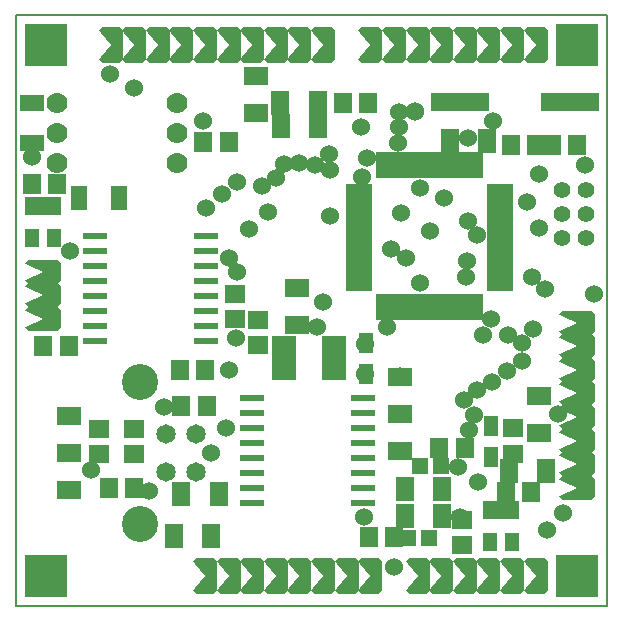
<source format=gts>
G04 PROTEUS RS274X GERBER FILE*
%FSLAX24Y24*%
%MOIN*%
%ADD42C,0.0600*%
%ADD43R,0.1400X0.1400*%
%ADD17C,0.0650*%
%ADD18C,0.1200*%
%ADD19R,0.0790X0.0240*%
%ADD44R,0.0700X0.0600*%
%ADD45R,0.0600X0.0700*%
%ADD46R,0.0600X0.0800*%
%ADD47R,0.0800X0.0600*%
%ADD48R,0.0900X0.0400*%
%ADD49R,0.0400X0.0900*%
%AMDIL044*4,1,8,-0.0400,0.0480,-0.0280,0.0600,0.0280,0.0600,0.0400,0.0480,0.0400,-0.0480,0.0280,-0.0600,-0.0280,-0.0600,-0.0400,-0.0480,0*%
%ADD50DIL044*%
%ADD25R,0.1930X0.0630*%
%ADD26C,0.0550*%
%AMDIL045*4,1,8,-0.0600,0.0280,-0.0480,0.0400,0.0480,0.0400,0.0600,0.0280,0.0600,-0.0280,0.0480,-0.0400,-0.0480,-0.0400,-0.0600,-0.0280,0*%
%ADD51DIL045*%
%ADD52R,0.0550X0.0550*%
%ADD53R,0.0800X0.1460*%
%ADD72R,0.0490X0.0710*%
%ADD54C,0.0700*%
%ADD55R,0.0550X0.0800*%
%ADD56R,0.0800X0.0550*%
%ADD57R,0.0450X0.0600*%
%ADD33C,0.0080*%
G54D42*
X+4922Y+6636D03*
X+7086Y+7858D03*
X+2510Y+4522D03*
X+4416Y+3847D03*
X+6988Y+5928D03*
X+17427Y+14383D03*
X+17427Y+12610D03*
X+15053Y+15602D03*
X+13314Y+16490D03*
X+18461Y+16800D03*
X+15900Y+16150D03*
X+11589Y+2960D03*
X+16870Y+8759D03*
X+16858Y+8175D03*
X+16376Y+7819D03*
X+15879Y+7482D03*
X+15359Y+7183D03*
X+14930Y+6870D03*
X+8950Y+8200D03*
X+15564Y+9039D03*
X+12787Y+7655D03*
X+7350Y+14133D03*
X+1801Y+11828D03*
X+542Y+14964D03*
X+1368Y+14032D03*
X+7316Y+8941D03*
X+11636Y+7721D03*
X+3929Y+17263D03*
X+12750Y+16450D03*
X+12744Y+15425D03*
X+15823Y+9551D03*
X+13450Y+10767D03*
X+13464Y+13934D03*
X+12500Y+11893D03*
X+10240Y+10118D03*
X+7382Y+11122D03*
X+10019Y+9310D03*
X+12363Y+9315D03*
X+7106Y+11598D03*
X+17020Y+13480D03*
X+18949Y+14692D03*
X+13309Y+16475D03*
X+13000Y+11600D03*
X+14279Y+13600D03*
X+15372Y+12377D03*
X+15061Y+12821D03*
X+15019Y+11507D03*
X+6879Y+13740D03*
X+7336Y+10391D03*
X+3137Y+17716D03*
X+15400Y+4120D03*
X+15250Y+6356D03*
X+17226Y+9217D03*
X+17187Y+10962D03*
X+11640Y+8740D03*
X+15100Y+5870D03*
X+12750Y+15950D03*
X+11510Y+15964D03*
X+12840Y+13085D03*
X+10450Y+13000D03*
X+11535Y+14291D03*
X+8208Y+14015D03*
X+8385Y+13129D03*
X+6337Y+13274D03*
X+8661Y+14271D03*
X+10452Y+14527D03*
X+10433Y+15059D03*
X+7780Y+12560D03*
X+15000Y+10950D03*
X+13804Y+12504D03*
X+11683Y+14918D03*
X+6220Y+16180D03*
X+14737Y+4640D03*
X+14790Y+2960D03*
X+17630Y+10570D03*
X+17700Y+2530D03*
X+18056Y+6391D03*
X+18243Y+3114D03*
X+19271Y+10393D03*
X+16411Y+9024D03*
X+12590Y+1310D03*
X+8917Y+14744D03*
X+9448Y+14763D03*
X+9960Y+14704D03*
X+1771Y+5102D03*
X+6496Y+5102D03*
G54D43*
X+18700Y+18700D03*
X+984Y+18700D03*
X+18700Y+984D03*
X+984Y+984D03*
G54D17*
X+5993Y+5724D03*
X+5993Y+4464D03*
X+5013Y+4464D03*
X+5013Y+5724D03*
G54D18*
X+4133Y+2724D03*
X+4133Y+7464D03*
G54D19*
X+7874Y+6921D03*
X+7874Y+6421D03*
X+7874Y+5921D03*
X+7874Y+5421D03*
X+7874Y+4921D03*
X+7874Y+4421D03*
X+7874Y+3921D03*
X+7874Y+3421D03*
X+11574Y+3421D03*
X+11574Y+3921D03*
X+11574Y+4421D03*
X+11574Y+4921D03*
X+11574Y+5421D03*
X+11574Y+5921D03*
X+11574Y+6421D03*
X+11574Y+6921D03*
G54D44*
X+3937Y+5901D03*
X+3937Y+5061D03*
X+2754Y+5901D03*
X+2754Y+5061D03*
G54D45*
X+5511Y+6677D03*
X+6351Y+6677D03*
X+3097Y+3921D03*
X+3937Y+3921D03*
X+6299Y+7858D03*
X+5459Y+7858D03*
G54D46*
X+5511Y+3724D03*
X+6751Y+3724D03*
X+5256Y+2346D03*
X+6496Y+2346D03*
G54D47*
X+1771Y+6342D03*
X+1771Y+5102D03*
X+1771Y+3862D03*
G54D48*
X+16141Y+10710D03*
X+16141Y+11025D03*
X+16141Y+11340D03*
X+16141Y+11654D03*
X+16141Y+11969D03*
X+16141Y+12284D03*
X+16141Y+12599D03*
X+16141Y+12914D03*
X+16141Y+13229D03*
X+16141Y+13544D03*
X+16141Y+13859D03*
G54D49*
X+15353Y+14686D03*
X+15038Y+14686D03*
X+14724Y+14686D03*
X+14409Y+14686D03*
X+14094Y+14686D03*
X+13779Y+14686D03*
X+13464Y+14686D03*
X+13149Y+14686D03*
X+12834Y+14686D03*
X+12519Y+14686D03*
X+12204Y+14686D03*
G54D48*
X+11416Y+13859D03*
X+11416Y+13544D03*
X+11416Y+13229D03*
X+11416Y+12914D03*
X+11416Y+12599D03*
X+11416Y+12284D03*
X+11416Y+11969D03*
X+11416Y+11654D03*
X+11416Y+11340D03*
X+11416Y+11025D03*
X+11416Y+10710D03*
G54D49*
X+12204Y+9962D03*
X+12519Y+9962D03*
X+12834Y+9962D03*
X+13149Y+9962D03*
X+13464Y+9962D03*
X+13779Y+9962D03*
X+14094Y+9962D03*
X+14409Y+9962D03*
X+14724Y+9962D03*
X+15038Y+9962D03*
X+15353Y+9962D03*
G54D46*
X+12960Y+3900D03*
X+14200Y+3900D03*
G54D50*
X+10236Y+18700D03*
X+9448Y+18700D03*
X+8661Y+18700D03*
X+7874Y+18700D03*
X+7086Y+18700D03*
X+6299Y+18700D03*
X+5511Y+18700D03*
X+4724Y+18700D03*
X+3937Y+18700D03*
X+3149Y+18700D03*
X+17322Y+18700D03*
X+16535Y+18700D03*
X+15748Y+18700D03*
X+14960Y+18700D03*
X+14173Y+18700D03*
X+13385Y+18700D03*
X+12598Y+18700D03*
X+11811Y+18700D03*
X+6299Y+984D03*
X+7086Y+984D03*
X+7874Y+984D03*
X+8661Y+984D03*
X+9448Y+984D03*
X+10236Y+984D03*
X+11023Y+984D03*
X+11811Y+984D03*
X+13385Y+984D03*
X+14173Y+984D03*
X+14960Y+984D03*
X+15748Y+984D03*
X+16535Y+984D03*
X+17322Y+984D03*
G54D25*
X+14800Y+16800D03*
X+18461Y+16800D03*
G54D45*
X+16500Y+15350D03*
X+17340Y+15350D03*
X+17850Y+15350D03*
X+18690Y+15350D03*
G54D26*
X+18200Y+13850D03*
X+18987Y+13850D03*
X+18200Y+13062D03*
X+18987Y+13062D03*
X+18200Y+12275D03*
X+18987Y+12275D03*
G54D51*
X+18700Y+3937D03*
X+18700Y+4724D03*
X+18700Y+5511D03*
X+18700Y+6299D03*
X+18700Y+7086D03*
X+18700Y+7874D03*
X+18700Y+8661D03*
X+18700Y+9448D03*
G54D46*
X+14450Y+15500D03*
X+15690Y+15500D03*
G54D19*
X+6340Y+8820D03*
X+6340Y+9320D03*
X+6340Y+9820D03*
X+6340Y+10320D03*
X+6340Y+10820D03*
X+6340Y+11320D03*
X+6340Y+11820D03*
X+6340Y+12320D03*
X+2639Y+12320D03*
X+2639Y+11820D03*
X+2639Y+11320D03*
X+2639Y+10820D03*
X+2639Y+10320D03*
X+2639Y+9820D03*
X+2639Y+9320D03*
X+2639Y+8820D03*
G54D47*
X+12800Y+5159D03*
X+12800Y+6400D03*
X+12800Y+7640D03*
G54D45*
X+14110Y+5250D03*
X+14950Y+5250D03*
X+12600Y+2300D03*
X+11760Y+2300D03*
G54D46*
X+12960Y+3000D03*
X+14200Y+3000D03*
G54D52*
X+13750Y+2250D03*
X+13070Y+2250D03*
X+13470Y+4650D03*
X+14150Y+4650D03*
G54D53*
X+10600Y+8250D03*
X+8946Y+8250D03*
G54D72*
X+11650Y+8763D03*
X+11650Y+7740D03*
G54D51*
X+885Y+11141D03*
X+885Y+10354D03*
X+885Y+9566D03*
G54D54*
X+5353Y+14773D03*
X+5353Y+15773D03*
X+5353Y+16773D03*
X+1353Y+16773D03*
X+1353Y+15773D03*
X+1353Y+14773D03*
G54D55*
X+3438Y+13600D03*
X+2100Y+13600D03*
G54D56*
X+540Y+16780D03*
X+540Y+15441D03*
G54D57*
X+1280Y+13340D03*
X+905Y+13340D03*
X+531Y+13340D03*
X+531Y+12277D03*
X+1280Y+12277D03*
G54D45*
X+1370Y+14050D03*
X+530Y+14050D03*
X+910Y+8650D03*
X+1750Y+8650D03*
G54D44*
X+8070Y+9540D03*
X+8070Y+8700D03*
X+7310Y+10390D03*
X+7310Y+9550D03*
G54D47*
X+9350Y+10590D03*
X+9350Y+9350D03*
G54D45*
X+7086Y+15452D03*
X+6246Y+15452D03*
G54D46*
X+17660Y+4500D03*
X+16420Y+4500D03*
X+8810Y+16760D03*
X+10050Y+16760D03*
G54D47*
X+8011Y+16417D03*
X+8011Y+17657D03*
G54D46*
X+8838Y+15984D03*
X+10078Y+15984D03*
G54D45*
X+10886Y+16776D03*
X+11726Y+16776D03*
G54D44*
X+16574Y+5918D03*
X+16574Y+5078D03*
G54D47*
X+17440Y+7007D03*
X+17440Y+5767D03*
G54D72*
X+15826Y+5984D03*
X+15826Y+4960D03*
G54D57*
X+16540Y+3210D03*
X+16165Y+3210D03*
X+15791Y+3210D03*
X+15791Y+2147D03*
X+16540Y+2147D03*
G54D45*
X+16320Y+3800D03*
X+17160Y+3800D03*
G54D44*
X+14868Y+2857D03*
X+14868Y+2017D03*
G54D33*
X+0Y+0D02*
X+19685Y+0D01*
X+19685Y+19685D01*
X+0Y+19685D01*
X+0Y+0D01*
X+19685Y+0D01*
X+19685Y+19685D01*
X+0Y+19685D01*
X+0Y+0D01*
M00*

</source>
